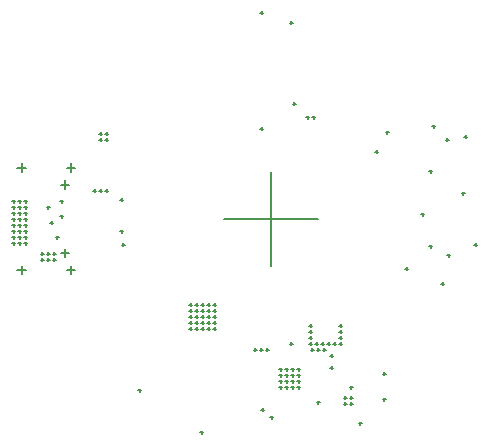
<source format=gbr>
G04 Layer_Color=128*
%FSLAX25Y25*%
%MOIN*%
%TF.FileFunction,Drillmap*%
%TF.Part,Single*%
G01*
G75*
%ADD55C,0.00500*%
D55*
X325650Y376693D02*
X328406D01*
X327028Y375315D02*
Y378071D01*
X325650Y410709D02*
X328406D01*
X327028Y409331D02*
Y412087D01*
X309193Y410709D02*
X311949D01*
X310571Y409331D02*
Y412087D01*
X309193Y376693D02*
X311949D01*
X310571Y375315D02*
Y378071D01*
X323563Y382323D02*
X326319D01*
X324941Y380945D02*
Y383701D01*
X323563Y405079D02*
X326319D01*
X324941Y403701D02*
Y406457D01*
X378051Y393701D02*
X409350D01*
X393701Y378051D02*
Y409350D01*
X407000Y350000D02*
X408000D01*
X407500Y349500D02*
Y350500D01*
X409000Y350000D02*
X410000D01*
X409500Y349500D02*
Y350500D01*
X411000Y350000D02*
X412000D01*
X411500Y349500D02*
Y350500D01*
X366500Y363000D02*
X367500D01*
X367000Y362500D02*
Y363500D01*
X366500Y365000D02*
X367500D01*
X367000Y364500D02*
Y365500D01*
X366500Y361000D02*
X367500D01*
X367000Y360500D02*
Y361500D01*
X366500Y359000D02*
X367500D01*
X367000Y358500D02*
Y359500D01*
X366500Y357000D02*
X367500D01*
X367000Y356500D02*
Y357500D01*
X374500Y357000D02*
X375500D01*
X375000Y356500D02*
Y357500D01*
X372500Y357000D02*
X373500D01*
X373000Y356500D02*
Y357500D01*
X370500Y357000D02*
X371500D01*
X371000Y356500D02*
Y357500D01*
X368500Y357000D02*
X369500D01*
X369000Y356500D02*
Y357500D01*
X368500Y365000D02*
X369500D01*
X369000Y364500D02*
Y365500D01*
X368500Y363000D02*
X369500D01*
X369000Y362500D02*
Y363500D01*
X368500Y361000D02*
X369500D01*
X369000Y360500D02*
Y361500D01*
X368500Y359000D02*
X369500D01*
X369000Y358500D02*
Y359500D01*
X370500Y359000D02*
X371500D01*
X371000Y358500D02*
Y359500D01*
X372500Y359000D02*
X373500D01*
X373000Y358500D02*
Y359500D01*
X374500Y359000D02*
X375500D01*
X375000Y358500D02*
Y359500D01*
X311500Y385500D02*
X312500D01*
X312000Y385000D02*
Y386000D01*
X309500Y385500D02*
X310500D01*
X310000Y385000D02*
Y386000D01*
X307500Y385500D02*
X308500D01*
X308000Y385000D02*
Y386000D01*
X307500Y387500D02*
X308500D01*
X308000Y387000D02*
Y388000D01*
X309500Y387500D02*
X310500D01*
X310000Y387000D02*
Y388000D01*
X311500Y387500D02*
X312500D01*
X312000Y387000D02*
Y388000D01*
X311500Y389500D02*
X312500D01*
X312000Y389000D02*
Y390000D01*
X309500Y389500D02*
X310500D01*
X310000Y389000D02*
Y390000D01*
X307500Y389500D02*
X308500D01*
X308000Y389000D02*
Y390000D01*
X307500Y391500D02*
X308500D01*
X308000Y391000D02*
Y392000D01*
X309500Y391500D02*
X310500D01*
X310000Y391000D02*
Y392000D01*
X311500Y391500D02*
X312500D01*
X312000Y391000D02*
Y392000D01*
X311500Y399500D02*
X312500D01*
X312000Y399000D02*
Y400000D01*
X309500Y399500D02*
X310500D01*
X310000Y399000D02*
Y400000D01*
X307500Y399500D02*
X308500D01*
X308000Y399000D02*
Y400000D01*
X307500Y397500D02*
X308500D01*
X308000Y397000D02*
Y398000D01*
X307500Y395500D02*
X308500D01*
X308000Y395000D02*
Y396000D01*
X307500Y393500D02*
X308500D01*
X308000Y393000D02*
Y394000D01*
X309500Y393500D02*
X310500D01*
X310000Y393000D02*
Y394000D01*
X311500Y393500D02*
X312500D01*
X312000Y393000D02*
Y394000D01*
X311500Y395500D02*
X312500D01*
X312000Y395000D02*
Y396000D01*
X309500Y395500D02*
X310500D01*
X310000Y395000D02*
Y396000D01*
X309500Y397500D02*
X310500D01*
X310000Y397000D02*
Y398000D01*
X311500Y397500D02*
X312500D01*
X312000Y397000D02*
Y398000D01*
X334500Y403000D02*
X335500D01*
X335000Y402500D02*
Y403500D01*
X338500Y403000D02*
X339500D01*
X339000Y402500D02*
Y403500D01*
X336500Y403000D02*
X337500D01*
X337000Y402500D02*
Y403500D01*
X336500Y420000D02*
X337500D01*
X337000Y419500D02*
Y420500D01*
X338500Y420000D02*
X339500D01*
X339000Y419500D02*
Y420500D01*
X338500Y422000D02*
X339500D01*
X339000Y421500D02*
Y422500D01*
X336500Y422000D02*
X337500D01*
X337000Y421500D02*
Y422500D01*
X319000Y397500D02*
X320000D01*
X319500Y397000D02*
Y398000D01*
X320093Y392407D02*
X321093D01*
X320593Y391907D02*
Y392907D01*
X344000Y385000D02*
X345000D01*
X344500Y384500D02*
Y385500D01*
X343500Y400000D02*
X344500D01*
X344000Y399500D02*
Y400500D01*
X323500Y399500D02*
X324500D01*
X324000Y399000D02*
Y400000D01*
X322000Y387500D02*
X323000D01*
X322500Y387000D02*
Y388000D01*
X323500Y394557D02*
X324500D01*
X324000Y394057D02*
Y395057D01*
X447500Y424500D02*
X448500D01*
X448000Y424000D02*
Y425000D01*
X317000Y380000D02*
X318000D01*
X317500Y379500D02*
Y380500D01*
X319000Y380000D02*
X320000D01*
X319500Y379500D02*
Y380500D01*
X390169Y462331D02*
X391169D01*
X390669Y461831D02*
Y462831D01*
X450500Y372000D02*
X451500D01*
X451000Y371500D02*
Y372500D01*
X428500Y416000D02*
X429500D01*
X429000Y415500D02*
Y416500D01*
X432000Y422500D02*
X433000D01*
X432500Y422000D02*
Y423000D01*
X390169Y423669D02*
X391169D01*
X390669Y423169D02*
Y424169D01*
X400000Y459000D02*
X401000D01*
X400500Y458500D02*
Y459500D01*
X401000Y432000D02*
X402000D01*
X401500Y431500D02*
Y432500D01*
X457276Y402224D02*
X458276D01*
X457776Y401724D02*
Y402724D01*
X458032Y421032D02*
X459031D01*
X458532Y420532D02*
Y421531D01*
X451968Y419969D02*
X452969D01*
X452468Y419468D02*
Y420469D01*
X461500Y385000D02*
X462500D01*
X462000Y384500D02*
Y385500D01*
X452468Y381532D02*
X453469D01*
X452969Y381031D02*
Y382031D01*
X407500Y427500D02*
X408500D01*
X408000Y427000D02*
Y428000D01*
X431000Y342000D02*
X432000D01*
X431500Y341500D02*
Y342500D01*
X431000Y333500D02*
X432000D01*
X431500Y333000D02*
Y334000D01*
X446500Y409500D02*
X447500D01*
X447000Y409000D02*
Y410000D01*
X446500Y384500D02*
X447500D01*
X447000Y384000D02*
Y385000D01*
X438413Y376913D02*
X439413D01*
X438913Y376413D02*
Y377413D01*
X443740Y395240D02*
X444740D01*
X444240Y394740D02*
Y395740D01*
X423000Y325500D02*
X424000D01*
X423500Y325000D02*
Y326000D01*
X420000Y337500D02*
X421000D01*
X420500Y337000D02*
Y338000D01*
X409000Y332500D02*
X410000D01*
X409500Y332000D02*
Y333000D01*
X343500Y389500D02*
X344500D01*
X344000Y389000D02*
Y390000D01*
X405500Y427500D02*
X406500D01*
X406000Y427000D02*
Y428000D01*
X390500Y330000D02*
X391500D01*
X391000Y329500D02*
Y330500D01*
X418000Y332000D02*
X419000D01*
X418500Y331500D02*
Y332500D01*
X418000Y334000D02*
X419000D01*
X418500Y333500D02*
Y334500D01*
X420000Y332000D02*
X421000D01*
X420500Y331500D02*
Y332500D01*
X420000Y334000D02*
X421000D01*
X420500Y333500D02*
Y334500D01*
X393500Y327500D02*
X394500D01*
X394000Y327000D02*
Y328000D01*
X370500Y361000D02*
X371500D01*
X371000Y360500D02*
Y361500D01*
X370500Y363000D02*
X371500D01*
X371000Y362500D02*
Y363500D01*
X370500Y365000D02*
X371500D01*
X371000Y364500D02*
Y365500D01*
X372500Y365000D02*
X373500D01*
X373000Y364500D02*
Y365500D01*
X372500Y363000D02*
X373500D01*
X373000Y362500D02*
Y363500D01*
X372500Y361000D02*
X373500D01*
X373000Y360500D02*
Y361500D01*
X374500Y361000D02*
X375500D01*
X375000Y360500D02*
Y361500D01*
X374500Y363000D02*
X375500D01*
X375000Y362500D02*
Y363500D01*
X374500Y365000D02*
X375500D01*
X375000Y364500D02*
Y365500D01*
X402500Y337500D02*
X403500D01*
X403000Y337000D02*
Y338000D01*
X400500Y337500D02*
X401500D01*
X401000Y337000D02*
Y338000D01*
X400500Y339500D02*
X401500D01*
X401000Y339000D02*
Y340000D01*
X402500Y339500D02*
X403500D01*
X403000Y339000D02*
Y340000D01*
X402500Y341500D02*
X403500D01*
X403000Y341000D02*
Y342000D01*
X400500Y341500D02*
X401500D01*
X401000Y341000D02*
Y342000D01*
X398500Y341500D02*
X399500D01*
X399000Y341000D02*
Y342000D01*
X398500Y339500D02*
X399500D01*
X399000Y339000D02*
Y340000D01*
X398500Y337500D02*
X399500D01*
X399000Y337000D02*
Y338000D01*
X396500Y337500D02*
X397500D01*
X397000Y337000D02*
Y338000D01*
X396500Y339500D02*
X397500D01*
X397000Y339000D02*
Y340000D01*
X396500Y341500D02*
X397500D01*
X397000Y341000D02*
Y342000D01*
X396500Y343500D02*
X397500D01*
X397000Y343000D02*
Y344000D01*
X398500Y343500D02*
X399500D01*
X399000Y343000D02*
Y344000D01*
X400500Y343500D02*
X401500D01*
X401000Y343000D02*
Y344000D01*
X402500Y343500D02*
X403500D01*
X403000Y343000D02*
Y344000D01*
X392000Y350000D02*
X393000D01*
X392500Y349500D02*
Y350500D01*
X390000Y350000D02*
X391000D01*
X390500Y349500D02*
Y350500D01*
X388000Y350000D02*
X389000D01*
X388500Y349500D02*
Y350500D01*
X413500Y348000D02*
X414500D01*
X414000Y347500D02*
Y348500D01*
X413500Y344000D02*
X414500D01*
X414000Y343500D02*
Y344500D01*
X416500Y354000D02*
X417500D01*
X417000Y353500D02*
Y354500D01*
X416500Y352000D02*
X417500D01*
X417000Y351500D02*
Y352500D01*
X416500Y356000D02*
X417500D01*
X417000Y355500D02*
Y356500D01*
X416500Y358000D02*
X417500D01*
X417000Y357500D02*
Y358500D01*
X414500Y352000D02*
X415500D01*
X415000Y351500D02*
Y352500D01*
X400000Y352000D02*
X401000D01*
X400500Y351500D02*
Y352500D01*
X412500Y352000D02*
X413500D01*
X413000Y351500D02*
Y352500D01*
X410500Y352000D02*
X411500D01*
X411000Y351500D02*
Y352500D01*
X408500Y352000D02*
X409500D01*
X409000Y351500D02*
Y352500D01*
X406500Y352000D02*
X407500D01*
X407000Y351500D02*
Y352500D01*
X406500Y354000D02*
X407500D01*
X407000Y353500D02*
Y354500D01*
X406500Y356000D02*
X407500D01*
X407000Y355500D02*
Y356500D01*
X406500Y358000D02*
X407500D01*
X407000Y357500D02*
Y358500D01*
X317000Y382000D02*
X318000D01*
X317500Y381500D02*
Y382500D01*
X321000Y380000D02*
X322000D01*
X321500Y379500D02*
Y380500D01*
X321000Y382000D02*
X322000D01*
X321500Y381500D02*
Y382500D01*
X319000Y382000D02*
X320000D01*
X319500Y381500D02*
Y382500D01*
X370031Y322532D02*
X371031D01*
X370532Y322031D02*
Y323031D01*
X349500Y336500D02*
X350500D01*
X350000Y336000D02*
Y337000D01*
%TF.MD5,B79B7C348F1450F8489F40985D64EC5C*%
M02*

</source>
